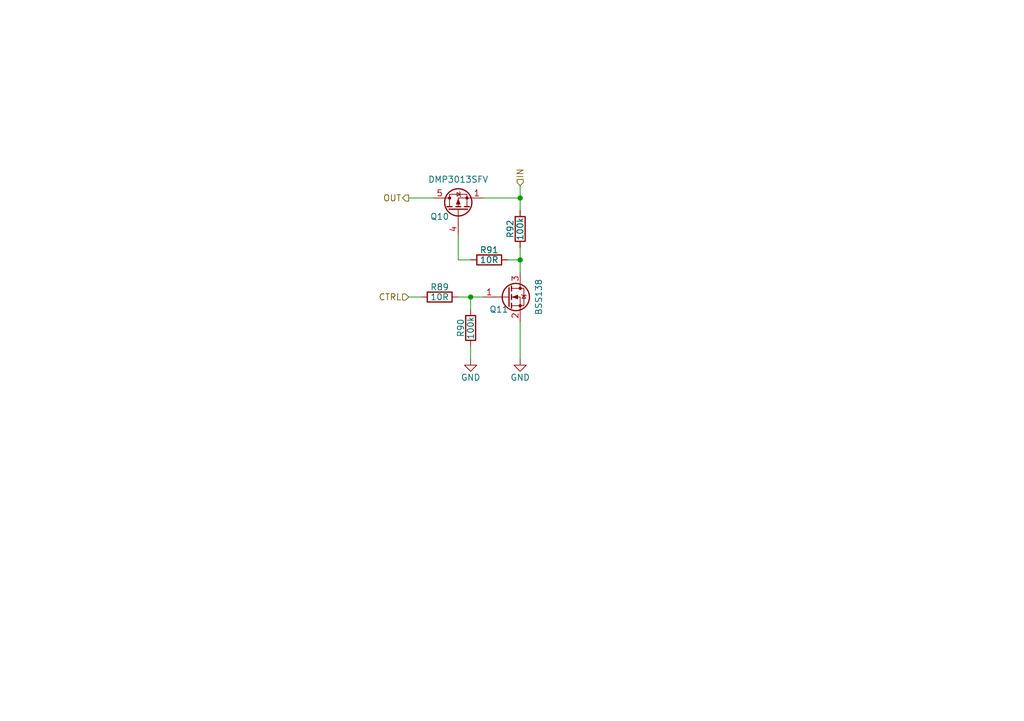
<source format=kicad_sch>
(kicad_sch (version 20211123) (generator eeschema)
  (paper "A5")
  (lib_symbols
    (symbol "Device:R" (pin_numbers hide) (pin_names (offset 0))
      (property "Reference" "R" (at 2.032 0 90))
      (property "Value" "R" (at 0 0 90))
      (symbol "R_0_1"
        (rectangle (start -1.016 -2.54) (end 1.016 2.54) (stroke (width 0.254)))
      )
      (symbol "R_1_1"
        (pin passive line (at 0 3.81 270) (length 1.27) (name "~") (number "1"))
        (pin passive line (at 0 -3.81 90) (length 1.27) (name "~") (number "2"))
      )
    )
    (symbol "Transistor_FET:BSS138" (pin_names hide)
      (property "Reference" "Q" (at 5.08 1.905 0))
      (property "Value" "BSS138" (at 5.08 0 0))
      (symbol "BSS138_0_1"
        (polyline (pts (xy 0.254 0) (xy -2.54 0)))
        (polyline (pts (xy 0.254 1.905) (xy 0.254 -1.905)) (stroke (width 0.254)))
        (polyline (pts (xy 0.762 -1.27) (xy 0.762 -2.286)) (stroke (width 0.254)))
        (polyline (pts (xy 0.762 0.508) (xy 0.762 -0.508)) (stroke (width 0.254)))
        (polyline (pts (xy 0.762 2.286) (xy 0.762 1.27)) (stroke (width 0.254)))
        (polyline (pts (xy 2.54 2.54) (xy 2.54 1.778)))
        (polyline (pts (xy 2.54 -2.54) (xy 2.54 0) (xy 0.762 0)))
        (polyline (pts (xy 0.762 -1.778) (xy 3.302 -1.778) (xy 3.302 1.778) (xy 0.762 1.778)))
        (polyline (pts (xy 1.016 0) (xy 2.032 0.381) (xy 2.032 -0.381) (xy 1.016 0)) (fill (type outline)))
        (polyline (pts (xy 2.794 0.508) (xy 2.921 0.381) (xy 3.683 0.381) (xy 3.81 0.254)))
        (polyline (pts (xy 3.302 0.381) (xy 2.921 -0.254) (xy 3.683 -0.254) (xy 3.302 0.381)))
        (circle (center 1.651 0) (radius 2.794) (stroke (width 0.254)))
        (circle (center 2.54 -1.778) (radius 0.254) (fill (type outline)))
        (circle (center 2.54 1.778) (radius 0.254) (fill (type outline)))
      )
      (symbol "BSS138_1_1"
        (pin input line (at -5.08 0 0) (length 2.54) (name "G") (number "1"))
        (pin passive line (at 2.54 -5.08 90) (length 2.54) (name "S") (number "2"))
        (pin passive line (at 2.54 5.08 270) (length 2.54) (name "D") (number "3"))
      )
    )
    (symbol "Transistor_FET:DMP3013SFV" (pin_names hide)
      (property "Reference" "Q" (at 5.08 1.905 0))
      (property "Value" "DMP3013SFV" (at 5.08 0 0))
      (symbol "DMP3013SFV_0_1"
        (polyline (pts (xy 0.254 0) (xy -2.54 0)))
        (polyline (pts (xy 0.254 1.905) (xy 0.254 -1.905)) (stroke (width 0.254)))
        (polyline (pts (xy 0.762 -1.27) (xy 0.762 -2.286)) (stroke (width 0.254)))
        (polyline (pts (xy 0.762 0.508) (xy 0.762 -0.508)) (stroke (width 0.254)))
        (polyline (pts (xy 0.762 2.286) (xy 0.762 1.27)) (stroke (width 0.254)))
        (polyline (pts (xy 2.54 2.54) (xy 2.54 1.778)))
        (polyline (pts (xy 2.54 -2.54) (xy 2.54 0) (xy 0.762 0)))
        (polyline (pts (xy 0.762 1.778) (xy 3.302 1.778) (xy 3.302 -1.778) (xy 0.762 -1.778)))
        (polyline (pts (xy 2.286 0) (xy 1.27 0.381) (xy 1.27 -0.381) (xy 2.286 0)) (fill (type outline)))
        (polyline (pts (xy 2.794 -0.508) (xy 2.921 -0.381) (xy 3.683 -0.381) (xy 3.81 -0.254)))
        (polyline (pts (xy 3.302 -0.381) (xy 2.921 0.254) (xy 3.683 0.254) (xy 3.302 -0.381)))
        (circle (center 1.651 0) (radius 2.794) (stroke (width 0.254)))
        (circle (center 2.54 -1.778) (radius 0.254) (fill (type outline)))
        (circle (center 2.54 1.778) (radius 0.254) (fill (type outline)))
      )
      (symbol "DMP3013SFV_1_1"
        (pin passive line (at 2.54 -5.08 90) (length 2.54) (name "S") (number "1"))
        (pin passive line (at 2.54 -5.08 90) (length 2.54) hide (name "S") (number "2"))
        (pin passive line (at 2.54 -5.08 90) (length 2.54) hide (name "S") (number "3"))
        (pin passive line (at -5.08 0 0) (length 2.54) (name "G") (number "4"))
        (pin passive line (at 2.54 5.08 270) (length 2.54) (name "D") (number "5"))
      )
    )
    (symbol "pecan:GND" (power) (pin_names (offset 0))
      (property "Value" "GND" (at 0 -3.81 0))
      (symbol "GND_0_1"
        (polyline (pts (xy 0 0) (xy 0 -1.27) (xy 1.27 -1.27) (xy 0 -2.54) (xy -1.27 -1.27) (xy 0 -1.27)))
      )
      (symbol "GND_1_1"
        (pin power_in line (at 0 0 270) (length 0) hide (name "GND") (number "1"))
      )
    )
  )
  (junction (at 106.68 53.34))
  (junction (at 96.52 60.96))
  (junction (at 106.68 40.64))
  (wire (pts (xy 106.68 53.34) (xy 106.68 55.88)))
  (wire (pts (xy 93.98 48.26) (xy 93.98 53.34)))
  (wire (pts (xy 83.82 60.96) (xy 86.36 60.96)))
  (wire (pts (xy 96.52 71.12) (xy 96.52 73.66)))
  (wire (pts (xy 93.98 60.96) (xy 96.52 60.96)))
  (wire (pts (xy 96.52 63.5) (xy 96.52 60.96)))
  (wire (pts (xy 106.68 40.64) (xy 106.68 43.18)))
  (wire (pts (xy 83.82 40.64) (xy 88.9 40.64)))
  (wire (pts (xy 106.68 50.8) (xy 106.68 53.34)))
  (wire (pts (xy 106.68 66.04) (xy 106.68 73.66)))
  (wire (pts (xy 96.52 53.34) (xy 93.98 53.34)))
  (wire (pts (xy 96.52 60.96) (xy 99.06 60.96)))
  (wire (pts (xy 106.68 38.1) (xy 106.68 40.64)))
  (wire (pts (xy 99.06 40.64) (xy 106.68 40.64)))
  (wire (pts (xy 104.14 53.34) (xy 106.68 53.34)))
  (hierarchical_label "OUT" (shape output) (at 83.82 40.64 180))
  (hierarchical_label "IN" (shape input) (at 106.68 38.1 90))
  (hierarchical_label "CTRL" (shape input) (at 83.82 60.96 180))
  (symbol (lib_id "Device:R") (at 90.17 60.96 90)
    (property "Reference" "R89" (at 90.17 58.928 90))
    (property "Value" "10R" (at 90.17 60.96 90))
    (property "Footprint" "Resistor_SMD:R_0603_1608Metric" (effects hide))
  )
  (symbol (lib_id "Device:R") (at 100.33 53.34 90)
    (property "Reference" "R91" (at 100.33 51.308 90))
    (property "Value" "10R" (at 100.33 53.34 90))
    (property "Footprint" "Resistor_SMD:R_0603_1608Metric" (effects hide))
  )
  (symbol (lib_id "Transistor_FET:BSS138") (at 104.14 60.96 0)
    (property "Reference" "Q11" (at 100.33 63.5 0) (effects (justify left)))
    (property "Value" "BSS138" (at 110.49 60.96 90))
    (property "Footprint" "Package_TO_SOT_SMD:SOT-23" (effects hide))
    (property "Datasheet" "https://www.onsemi.com/pub/Collateral/BSS138-D.PDF" (effects hide))
  )
  (symbol (lib_id "Device:R") (at 96.52 67.31 180)
    (property "Reference" "R90" (at 94.488 67.31 90))
    (property "Value" "100k" (at 96.52 67.31 90))
    (property "Footprint" "Resistor_SMD:R_0603_1608Metric" (effects hide))
  )
  (symbol (lib_id "Transistor_FET:DMP3013SFV") (at 93.98 43.18 90)
    (property "Reference" "Q10" (at 90.17 44.45 90))
    (property "Value" "DMP3013SFV" (at 93.98 36.83 90))
    (property "Footprint" "Package_SON:Diodes_PowerDI3333-8" (effects hide))
    (property "Datasheet" "https://www.diodes.com/assets/Datasheets/DMP3013SFV.pdf" (effects hide))
  )
  (symbol (lib_id "pecan:GND") (at 96.52 73.66 0)
    (property "Reference" "#PWR0313" (effects hide))
    (property "Value" "GND" (at 96.52 77.47 0))
  )
  (symbol (lib_id "pecan:GND") (at 106.68 73.66 0)
    (property "Reference" "#PWR0312" (effects hide))
    (property "Value" "GND" (at 106.68 77.47 0))
  )
  (symbol (lib_id "Device:R") (at 106.68 46.99 180)
    (property "Reference" "R92" (at 104.648 46.99 90))
    (property "Value" "100k" (at 106.68 46.99 90))
    (property "Footprint" "Resistor_SMD:R_0603_1608Metric" (effects hide))
  )
)
</source>
